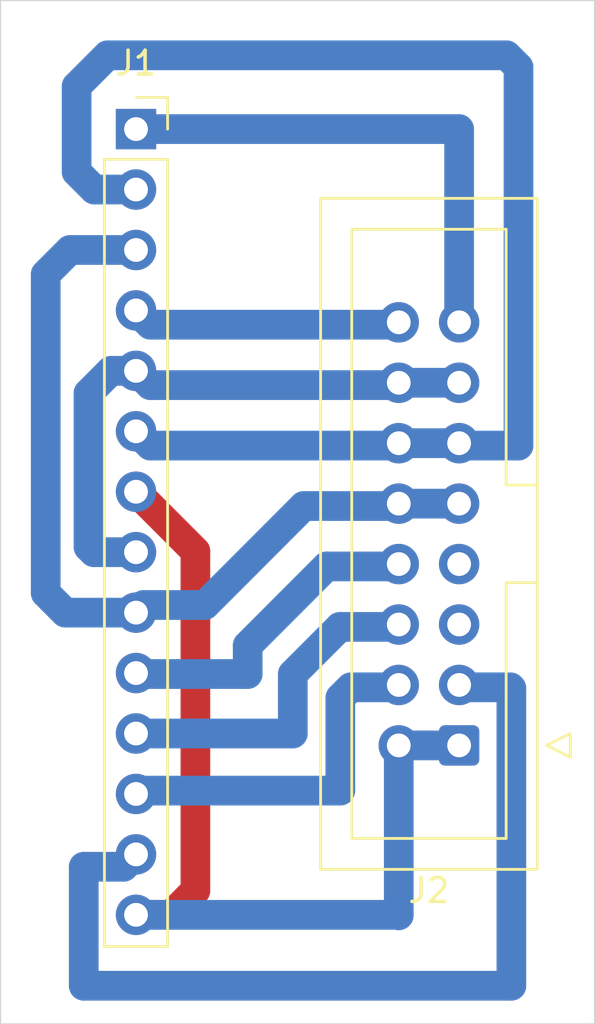
<source format=kicad_pcb>
(kicad_pcb (version 20171130) (host pcbnew "(5.1.8-0-10_14)")

  (general
    (thickness 1.6)
    (drawings 4)
    (tracks 62)
    (zones 0)
    (modules 2)
    (nets 13)
  )

  (page A4)
  (layers
    (0 F.Cu signal)
    (31 B.Cu signal)
    (32 B.Adhes user)
    (33 F.Adhes user)
    (34 B.Paste user)
    (35 F.Paste user)
    (36 B.SilkS user)
    (37 F.SilkS user)
    (38 B.Mask user)
    (39 F.Mask user)
    (40 Dwgs.User user)
    (41 Cmts.User user)
    (42 Eco1.User user)
    (43 Eco2.User user)
    (44 Edge.Cuts user)
    (45 Margin user)
    (46 B.CrtYd user)
    (47 F.CrtYd user)
    (48 B.Fab user)
    (49 F.Fab user)
  )

  (setup
    (last_trace_width 0.25)
    (user_trace_width 1.25)
    (trace_clearance 0.2)
    (zone_clearance 0.508)
    (zone_45_only no)
    (trace_min 0.2)
    (via_size 0.8)
    (via_drill 0.4)
    (via_min_size 0.4)
    (via_min_drill 0.3)
    (uvia_size 0.3)
    (uvia_drill 0.1)
    (uvias_allowed no)
    (uvia_min_size 0.2)
    (uvia_min_drill 0.1)
    (edge_width 0.05)
    (segment_width 0.2)
    (pcb_text_width 0.3)
    (pcb_text_size 1.5 1.5)
    (mod_edge_width 0.12)
    (mod_text_size 1 1)
    (mod_text_width 0.15)
    (pad_size 1.524 1.524)
    (pad_drill 0.762)
    (pad_to_mask_clearance 0)
    (aux_axis_origin 10 52.9)
    (grid_origin 10 52.9)
    (visible_elements FFFFFF7F)
    (pcbplotparams
      (layerselection 0x010f0_ffffffff)
      (usegerberextensions false)
      (usegerberattributes true)
      (usegerberadvancedattributes true)
      (creategerberjobfile false)
      (excludeedgelayer true)
      (linewidth 0.100000)
      (plotframeref false)
      (viasonmask false)
      (mode 1)
      (useauxorigin true)
      (hpglpennumber 1)
      (hpglpenspeed 20)
      (hpglpendiameter 15.000000)
      (psnegative false)
      (psa4output false)
      (plotreference true)
      (plotvalue true)
      (plotinvisibletext false)
      (padsonsilk false)
      (subtractmaskfromsilk false)
      (outputformat 1)
      (mirror false)
      (drillshape 0)
      (scaleselection 1)
      (outputdirectory "../../gbr/TFT/"))
  )

  (net 0 "")
  (net 1 VCC)
  (net 2 GND)
  (net 3 CS)
  (net 4 RESET)
  (net 5 DC)
  (net 6 MOSI)
  (net 7 SLCK)
  (net 8 MISO)
  (net 9 T_CS)
  (net 10 T_IRQ)
  (net 11 "Net-(J2-Pad7)")
  (net 12 "Net-(J2-Pad5)")

  (net_class Default "This is the default net class."
    (clearance 0.2)
    (trace_width 0.25)
    (via_dia 0.8)
    (via_drill 0.4)
    (uvia_dia 0.3)
    (uvia_drill 0.1)
    (add_net CS)
    (add_net DC)
    (add_net GND)
    (add_net MISO)
    (add_net MOSI)
    (add_net "Net-(J2-Pad5)")
    (add_net "Net-(J2-Pad7)")
    (add_net RESET)
    (add_net SLCK)
    (add_net T_CS)
    (add_net T_IRQ)
    (add_net VCC)
  )

  (module Connector_IDC:IDC-Header_2x08_P2.54mm_Vertical (layer F.Cu) (tedit 5EAC9A07) (tstamp 60635B55)
    (at 29.3 41.2 180)
    (descr "Through hole IDC box header, 2x08, 2.54mm pitch, DIN 41651 / IEC 60603-13, double rows, https://docs.google.com/spreadsheets/d/16SsEcesNF15N3Lb4niX7dcUr-NY5_MFPQhobNuNppn4/edit#gid=0")
    (tags "Through hole vertical IDC box header THT 2x08 2.54mm double row")
    (path /60636FDF)
    (fp_text reference J2 (at 1.27 -6.1) (layer F.SilkS)
      (effects (font (size 1 1) (thickness 0.15)))
    )
    (fp_text value Conn_02x08_Odd_Even (at 3.8 24.9) (layer F.Fab)
      (effects (font (size 1 1) (thickness 0.15)))
    )
    (fp_line (start 6.22 -5.6) (end -3.68 -5.6) (layer F.CrtYd) (width 0.05))
    (fp_line (start 6.22 23.38) (end 6.22 -5.6) (layer F.CrtYd) (width 0.05))
    (fp_line (start -3.68 23.38) (end 6.22 23.38) (layer F.CrtYd) (width 0.05))
    (fp_line (start -3.68 -5.6) (end -3.68 23.38) (layer F.CrtYd) (width 0.05))
    (fp_line (start -4.68 0.5) (end -3.68 0) (layer F.SilkS) (width 0.12))
    (fp_line (start -4.68 -0.5) (end -4.68 0.5) (layer F.SilkS) (width 0.12))
    (fp_line (start -3.68 0) (end -4.68 -0.5) (layer F.SilkS) (width 0.12))
    (fp_line (start -1.98 10.94) (end -3.29 10.94) (layer F.SilkS) (width 0.12))
    (fp_line (start -1.98 10.94) (end -1.98 10.94) (layer F.SilkS) (width 0.12))
    (fp_line (start -1.98 21.69) (end -1.98 10.94) (layer F.SilkS) (width 0.12))
    (fp_line (start 4.52 21.69) (end -1.98 21.69) (layer F.SilkS) (width 0.12))
    (fp_line (start 4.52 -3.91) (end 4.52 21.69) (layer F.SilkS) (width 0.12))
    (fp_line (start -1.98 -3.91) (end 4.52 -3.91) (layer F.SilkS) (width 0.12))
    (fp_line (start -1.98 6.84) (end -1.98 -3.91) (layer F.SilkS) (width 0.12))
    (fp_line (start -3.29 6.84) (end -1.98 6.84) (layer F.SilkS) (width 0.12))
    (fp_line (start -3.29 22.99) (end -3.29 -5.21) (layer F.SilkS) (width 0.12))
    (fp_line (start 5.83 22.99) (end -3.29 22.99) (layer F.SilkS) (width 0.12))
    (fp_line (start 5.83 -5.21) (end 5.83 22.99) (layer F.SilkS) (width 0.12))
    (fp_line (start -3.29 -5.21) (end 5.83 -5.21) (layer F.SilkS) (width 0.12))
    (fp_line (start -1.98 10.94) (end -3.18 10.94) (layer F.Fab) (width 0.1))
    (fp_line (start -1.98 10.94) (end -1.98 10.94) (layer F.Fab) (width 0.1))
    (fp_line (start -1.98 21.69) (end -1.98 10.94) (layer F.Fab) (width 0.1))
    (fp_line (start 4.52 21.69) (end -1.98 21.69) (layer F.Fab) (width 0.1))
    (fp_line (start 4.52 -3.91) (end 4.52 21.69) (layer F.Fab) (width 0.1))
    (fp_line (start -1.98 -3.91) (end 4.52 -3.91) (layer F.Fab) (width 0.1))
    (fp_line (start -1.98 6.84) (end -1.98 -3.91) (layer F.Fab) (width 0.1))
    (fp_line (start -3.18 6.84) (end -1.98 6.84) (layer F.Fab) (width 0.1))
    (fp_line (start -3.18 22.88) (end -3.18 -4.1) (layer F.Fab) (width 0.1))
    (fp_line (start 5.72 22.88) (end -3.18 22.88) (layer F.Fab) (width 0.1))
    (fp_line (start 5.72 -5.1) (end 5.72 22.88) (layer F.Fab) (width 0.1))
    (fp_line (start -2.18 -5.1) (end 5.72 -5.1) (layer F.Fab) (width 0.1))
    (fp_line (start -3.18 -4.1) (end -2.18 -5.1) (layer F.Fab) (width 0.1))
    (fp_text user %R (at 1.27 8.89 90) (layer F.Fab)
      (effects (font (size 1 1) (thickness 0.15)))
    )
    (pad 16 thru_hole circle (at 2.54 17.78 180) (size 1.7 1.7) (drill 1) (layers *.Cu *.Mask)
      (net 9 T_CS))
    (pad 14 thru_hole circle (at 2.54 15.24 180) (size 1.7 1.7) (drill 1) (layers *.Cu *.Mask)
      (net 7 SLCK))
    (pad 12 thru_hole circle (at 2.54 12.7 180) (size 1.7 1.7) (drill 1) (layers *.Cu *.Mask)
      (net 8 MISO))
    (pad 10 thru_hole circle (at 2.54 10.16 180) (size 1.7 1.7) (drill 1) (layers *.Cu *.Mask)
      (net 6 MOSI))
    (pad 8 thru_hole circle (at 2.54 7.62 180) (size 1.7 1.7) (drill 1) (layers *.Cu *.Mask)
      (net 5 DC))
    (pad 6 thru_hole circle (at 2.54 5.08 180) (size 1.7 1.7) (drill 1) (layers *.Cu *.Mask)
      (net 4 RESET))
    (pad 4 thru_hole circle (at 2.54 2.54 180) (size 1.7 1.7) (drill 1) (layers *.Cu *.Mask)
      (net 3 CS))
    (pad 2 thru_hole circle (at 2.54 0 180) (size 1.7 1.7) (drill 1) (layers *.Cu *.Mask)
      (net 1 VCC))
    (pad 15 thru_hole circle (at 0 17.78 180) (size 1.7 1.7) (drill 1) (layers *.Cu *.Mask)
      (net 10 T_IRQ))
    (pad 13 thru_hole circle (at 0 15.24 180) (size 1.7 1.7) (drill 1) (layers *.Cu *.Mask)
      (net 7 SLCK))
    (pad 11 thru_hole circle (at 0 12.7 180) (size 1.7 1.7) (drill 1) (layers *.Cu *.Mask)
      (net 8 MISO))
    (pad 9 thru_hole circle (at 0 10.16 180) (size 1.7 1.7) (drill 1) (layers *.Cu *.Mask)
      (net 6 MOSI))
    (pad 7 thru_hole circle (at 0 7.62 180) (size 1.7 1.7) (drill 1) (layers *.Cu *.Mask)
      (net 11 "Net-(J2-Pad7)"))
    (pad 5 thru_hole circle (at 0 5.08 180) (size 1.7 1.7) (drill 1) (layers *.Cu *.Mask)
      (net 12 "Net-(J2-Pad5)"))
    (pad 3 thru_hole circle (at 0 2.54 180) (size 1.7 1.7) (drill 1) (layers *.Cu *.Mask)
      (net 2 GND))
    (pad 1 thru_hole roundrect (at 0 0 180) (size 1.7 1.7) (drill 1) (layers *.Cu *.Mask) (roundrect_rratio 0.1470588235294118)
      (net 1 VCC))
    (model ${KISYS3DMOD}/Connector_IDC.3dshapes/IDC-Header_2x08_P2.54mm_Vertical.wrl
      (at (xyz 0 0 0))
      (scale (xyz 1 1 1))
      (rotate (xyz 0 0 0))
    )
  )

  (module Connector_PinSocket_2.54mm:PinSocket_1x14_P2.54mm_Vertical (layer F.Cu) (tedit 5A19A434) (tstamp 60635B20)
    (at 15.7 15.3)
    (descr "Through hole straight socket strip, 1x14, 2.54mm pitch, single row (from Kicad 4.0.7), script generated")
    (tags "Through hole socket strip THT 1x14 2.54mm single row")
    (path /606357D6)
    (fp_text reference J1 (at 0 -2.77) (layer F.SilkS)
      (effects (font (size 1 1) (thickness 0.15)))
    )
    (fp_text value Conn_01x14 (at 0 35.79) (layer F.Fab)
      (effects (font (size 1 1) (thickness 0.15)))
    )
    (fp_line (start -1.8 34.8) (end -1.8 -1.8) (layer F.CrtYd) (width 0.05))
    (fp_line (start 1.75 34.8) (end -1.8 34.8) (layer F.CrtYd) (width 0.05))
    (fp_line (start 1.75 -1.8) (end 1.75 34.8) (layer F.CrtYd) (width 0.05))
    (fp_line (start -1.8 -1.8) (end 1.75 -1.8) (layer F.CrtYd) (width 0.05))
    (fp_line (start 0 -1.33) (end 1.33 -1.33) (layer F.SilkS) (width 0.12))
    (fp_line (start 1.33 -1.33) (end 1.33 0) (layer F.SilkS) (width 0.12))
    (fp_line (start 1.33 1.27) (end 1.33 34.35) (layer F.SilkS) (width 0.12))
    (fp_line (start -1.33 34.35) (end 1.33 34.35) (layer F.SilkS) (width 0.12))
    (fp_line (start -1.33 1.27) (end -1.33 34.35) (layer F.SilkS) (width 0.12))
    (fp_line (start -1.33 1.27) (end 1.33 1.27) (layer F.SilkS) (width 0.12))
    (fp_line (start -1.27 34.29) (end -1.27 -1.27) (layer F.Fab) (width 0.1))
    (fp_line (start 1.27 34.29) (end -1.27 34.29) (layer F.Fab) (width 0.1))
    (fp_line (start 1.27 -0.635) (end 1.27 34.29) (layer F.Fab) (width 0.1))
    (fp_line (start 0.635 -1.27) (end 1.27 -0.635) (layer F.Fab) (width 0.1))
    (fp_line (start -1.27 -1.27) (end 0.635 -1.27) (layer F.Fab) (width 0.1))
    (fp_text user %R (at 0 16.51 90) (layer F.Fab)
      (effects (font (size 1 1) (thickness 0.15)))
    )
    (pad 14 thru_hole oval (at 0 33.02) (size 1.7 1.7) (drill 1) (layers *.Cu *.Mask)
      (net 1 VCC))
    (pad 13 thru_hole oval (at 0 30.48) (size 1.7 1.7) (drill 1) (layers *.Cu *.Mask)
      (net 2 GND))
    (pad 12 thru_hole oval (at 0 27.94) (size 1.7 1.7) (drill 1) (layers *.Cu *.Mask)
      (net 3 CS))
    (pad 11 thru_hole oval (at 0 25.4) (size 1.7 1.7) (drill 1) (layers *.Cu *.Mask)
      (net 4 RESET))
    (pad 10 thru_hole oval (at 0 22.86) (size 1.7 1.7) (drill 1) (layers *.Cu *.Mask)
      (net 5 DC))
    (pad 9 thru_hole oval (at 0 20.32) (size 1.7 1.7) (drill 1) (layers *.Cu *.Mask)
      (net 6 MOSI))
    (pad 8 thru_hole oval (at 0 17.78) (size 1.7 1.7) (drill 1) (layers *.Cu *.Mask)
      (net 7 SLCK))
    (pad 7 thru_hole oval (at 0 15.24) (size 1.7 1.7) (drill 1) (layers *.Cu *.Mask)
      (net 1 VCC))
    (pad 6 thru_hole oval (at 0 12.7) (size 1.7 1.7) (drill 1) (layers *.Cu *.Mask)
      (net 8 MISO))
    (pad 5 thru_hole oval (at 0 10.16) (size 1.7 1.7) (drill 1) (layers *.Cu *.Mask)
      (net 7 SLCK))
    (pad 4 thru_hole oval (at 0 7.62) (size 1.7 1.7) (drill 1) (layers *.Cu *.Mask)
      (net 9 T_CS))
    (pad 3 thru_hole oval (at 0 5.08) (size 1.7 1.7) (drill 1) (layers *.Cu *.Mask)
      (net 6 MOSI))
    (pad 2 thru_hole oval (at 0 2.54) (size 1.7 1.7) (drill 1) (layers *.Cu *.Mask)
      (net 8 MISO))
    (pad 1 thru_hole rect (at 0 0) (size 1.7 1.7) (drill 1) (layers *.Cu *.Mask)
      (net 10 T_IRQ))
    (model ${KISYS3DMOD}/Connector_PinSocket_2.54mm.3dshapes/PinSocket_1x14_P2.54mm_Vertical.wrl
      (at (xyz 0 0 0))
      (scale (xyz 1 1 1))
      (rotate (xyz 0 0 0))
    )
  )

  (gr_line (start 35 52.9) (end 10 52.9) (layer Edge.Cuts) (width 0.05) (tstamp 60635C6B))
  (gr_line (start 35 9.9) (end 35 52.9) (layer Edge.Cuts) (width 0.05))
  (gr_line (start 10 9.9) (end 35 9.9) (layer Edge.Cuts) (width 0.05))
  (gr_line (start 10 52.9) (end 10 9.9) (layer Edge.Cuts) (width 0.05))

  (segment (start 26.76 41.3) (end 26.76 48.34) (width 1.25) (layer B.Cu) (net 1))
  (segment (start 26.74 48.32) (end 15.7 48.32) (width 1.25) (layer B.Cu) (net 1))
  (segment (start 26.76 48.34) (end 26.74 48.32) (width 1.25) (layer B.Cu) (net 1))
  (segment (start 26.76 41.2) (end 29.3 41.2) (width 1.25) (layer B.Cu) (net 1))
  (segment (start 15.7 48.32) (end 17.18 48.32) (width 1.25) (layer F.Cu) (net 1))
  (segment (start 17.18 48.32) (end 18.2 47.3) (width 1.25) (layer F.Cu) (net 1))
  (segment (start 18.2 33.04) (end 15.7 30.54) (width 1.25) (layer F.Cu) (net 1))
  (segment (start 18.2 47.3) (end 18.2 33.04) (width 1.25) (layer F.Cu) (net 1))
  (segment (start 15.18 46.3) (end 15.7 45.78) (width 1.25) (layer B.Cu) (net 2))
  (segment (start 13.5 46.3) (end 15.18 46.3) (width 1.25) (layer B.Cu) (net 2))
  (segment (start 13.5 51.3) (end 13.5 46.3) (width 1.25) (layer B.Cu) (net 2))
  (segment (start 31.46 38.76) (end 31.5 38.8) (width 1.25) (layer B.Cu) (net 2))
  (segment (start 31.5 51.3) (end 13.5 51.3) (width 1.25) (layer B.Cu) (net 2))
  (segment (start 31.5 38.8) (end 31.5 51.3) (width 1.25) (layer B.Cu) (net 2))
  (segment (start 29.3 38.76) (end 31.46 38.76) (width 1.25) (layer B.Cu) (net 2))
  (segment (start 26.76 38.76) (end 24.74 38.76) (width 1.25) (layer B.Cu) (net 3))
  (segment (start 24.74 38.76) (end 24.3 39.2) (width 1.25) (layer B.Cu) (net 3))
  (segment (start 24.3 39.2) (end 24.3 43.1) (width 1.25) (layer B.Cu) (net 3))
  (segment (start 15.84 43.1) (end 15.7 43.24) (width 1.25) (layer B.Cu) (net 3))
  (segment (start 24.3 43.1) (end 15.84 43.1) (width 1.25) (layer B.Cu) (net 3))
  (segment (start 26.76 36.22) (end 24.28 36.22) (width 1.25) (layer B.Cu) (net 4))
  (segment (start 24.28 36.22) (end 22.3 38.2) (width 1.25) (layer B.Cu) (net 4))
  (segment (start 22.3 38.2) (end 22.3 40.7) (width 1.25) (layer B.Cu) (net 4))
  (segment (start 22.3 40.7) (end 15.7 40.7) (width 1.25) (layer B.Cu) (net 4))
  (segment (start 26.76 33.68) (end 23.72 33.68) (width 1.25) (layer B.Cu) (net 5))
  (segment (start 23.72 33.68) (end 20.4 37) (width 1.25) (layer B.Cu) (net 5))
  (segment (start 20.4 37) (end 20.4 38.2) (width 1.25) (layer B.Cu) (net 5))
  (segment (start 15.74 38.2) (end 15.7 38.16) (width 1.25) (layer B.Cu) (net 5))
  (segment (start 20.4 38.2) (end 15.74 38.2) (width 1.25) (layer B.Cu) (net 5))
  (segment (start 26.76 31.14) (end 22.76 31.14) (width 1.25) (layer B.Cu) (net 6))
  (segment (start 22.76 31.14) (end 18.6 35.3) (width 1.25) (layer B.Cu) (net 6))
  (segment (start 16.02 35.3) (end 15.7 35.62) (width 1.25) (layer B.Cu) (net 6))
  (segment (start 18.6 35.3) (end 16.02 35.3) (width 1.25) (layer B.Cu) (net 6))
  (segment (start 12.92 20.38) (end 15.7 20.38) (width 1.25) (layer B.Cu) (net 6))
  (segment (start 11.9 21.4) (end 12.92 20.38) (width 1.25) (layer B.Cu) (net 6))
  (segment (start 11.9 34.8) (end 11.9 21.4) (width 1.25) (layer B.Cu) (net 6))
  (segment (start 12.72 35.62) (end 11.9 34.8) (width 1.25) (layer B.Cu) (net 6))
  (segment (start 15.7 35.62) (end 12.72 35.62) (width 1.25) (layer B.Cu) (net 6))
  (segment (start 26.76 31.04) (end 29.3 31.04) (width 1.25) (layer B.Cu) (net 6))
  (segment (start 16.3 26.06) (end 15.7 25.46) (width 1.25) (layer B.Cu) (net 7))
  (segment (start 26.76 26.06) (end 16.3 26.06) (width 1.25) (layer B.Cu) (net 7))
  (segment (start 15.7 33.08) (end 13.92 33.08) (width 1.25) (layer B.Cu) (net 7))
  (segment (start 13.92 33.08) (end 13.7 32.86) (width 1.25) (layer B.Cu) (net 7))
  (segment (start 13.7 32.86) (end 13.7 26.4) (width 1.25) (layer B.Cu) (net 7))
  (segment (start 14.64 25.46) (end 15.7 25.46) (width 1.25) (layer B.Cu) (net 7))
  (segment (start 13.7 26.4) (end 14.64 25.46) (width 1.25) (layer B.Cu) (net 7))
  (segment (start 26.76 25.96) (end 29.3 25.96) (width 1.25) (layer B.Cu) (net 7))
  (segment (start 16.3 28.6) (end 15.7 28) (width 1.25) (layer B.Cu) (net 8))
  (segment (start 26.76 28.6) (end 16.3 28.6) (width 1.25) (layer B.Cu) (net 8))
  (segment (start 13.94 17.84) (end 15.7 17.84) (width 1.25) (layer B.Cu) (net 8))
  (segment (start 13.2 13.5) (end 13.2 17.1) (width 1.25) (layer B.Cu) (net 8))
  (segment (start 13.2 17.1) (end 13.94 17.84) (width 1.25) (layer B.Cu) (net 8))
  (segment (start 14.5 12.2) (end 13.2 13.5) (width 1.25) (layer B.Cu) (net 8))
  (segment (start 31.3 12.2) (end 14.5 12.2) (width 1.25) (layer B.Cu) (net 8))
  (segment (start 31.8 12.7) (end 31.3 12.2) (width 1.25) (layer B.Cu) (net 8))
  (segment (start 31.8 28.6) (end 31.8 12.7) (width 1.25) (layer B.Cu) (net 8))
  (segment (start 29.3 28.6) (end 31.8 28.6) (width 1.25) (layer B.Cu) (net 8))
  (segment (start 26.76 28.5) (end 29.3 28.5) (width 1.25) (layer B.Cu) (net 8))
  (segment (start 16.3 23.52) (end 15.7 22.92) (width 1.25) (layer B.Cu) (net 9))
  (segment (start 26.76 23.52) (end 16.3 23.52) (width 1.25) (layer B.Cu) (net 9))
  (segment (start 29.3 23.52) (end 29.3 15.3) (width 1.25) (layer B.Cu) (net 10))
  (segment (start 29.3 15.3) (end 15.7 15.3) (width 1.25) (layer B.Cu) (net 10))

)

</source>
